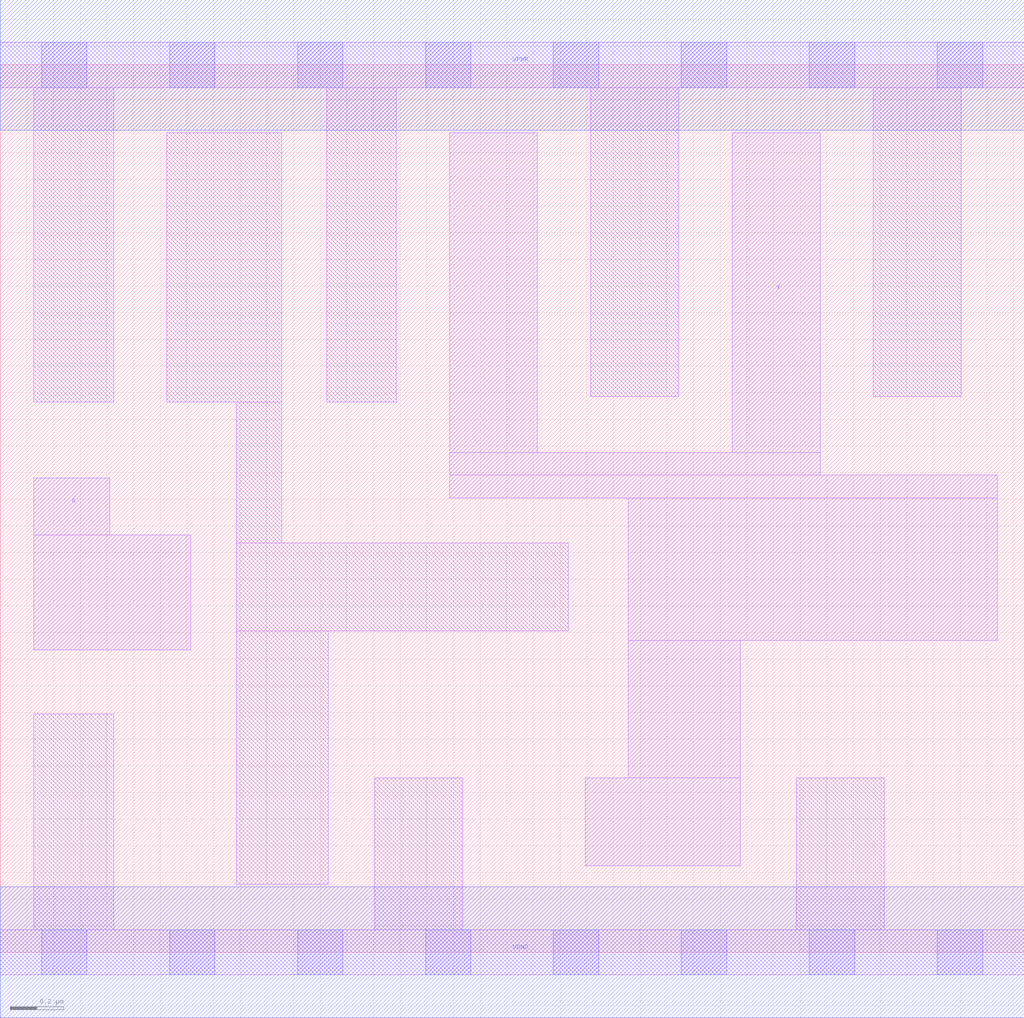
<source format=lef>
# Copyright 2020 The SkyWater PDK Authors
#
# Licensed under the Apache License, Version 2.0 (the "License");
# you may not use this file except in compliance with the License.
# You may obtain a copy of the License at
#
#     https://www.apache.org/licenses/LICENSE-2.0
#
# Unless required by applicable law or agreed to in writing, software
# distributed under the License is distributed on an "AS IS" BASIS,
# WITHOUT WARRANTIES OR CONDITIONS OF ANY KIND, either express or implied.
# See the License for the specific language governing permissions and
# limitations under the License.
#
# SPDX-License-Identifier: Apache-2.0

VERSION 5.7 ;
  NOWIREEXTENSIONATPIN ON ;
  DIVIDERCHAR "/" ;
  BUSBITCHARS "[]" ;
UNITS
  DATABASE MICRONS 200 ;
END UNITS
MACRO sky130_fd_sc_lp__clkbuflp_4
  CLASS CORE ;
  FOREIGN sky130_fd_sc_lp__clkbuflp_4 ;
  ORIGIN  0.000000  0.000000 ;
  SIZE  3.840000 BY  3.330000 ;
  SYMMETRY X Y R90 ;
  SITE unit ;
  PIN A
    ANTENNAGATEAREA  0.692000 ;
    DIRECTION INPUT ;
    USE SIGNAL ;
    PORT
      LAYER li1 ;
        RECT 0.125000 1.135000 0.715000 1.565000 ;
        RECT 0.125000 1.565000 0.410000 1.780000 ;
    END
  END A
  PIN X
    ANTENNADIFFAREA  0.714000 ;
    DIRECTION OUTPUT ;
    USE SIGNAL ;
    PORT
      LAYER li1 ;
        RECT 1.685000 1.705000 3.740000 1.790000 ;
        RECT 1.685000 1.790000 3.075000 1.875000 ;
        RECT 1.685000 1.875000 2.015000 3.075000 ;
        RECT 2.195000 0.325000 2.775000 0.655000 ;
        RECT 2.355000 0.655000 2.775000 1.170000 ;
        RECT 2.355000 1.170000 3.740000 1.705000 ;
        RECT 2.745000 1.875000 3.075000 3.075000 ;
    END
  END X
  PIN VGND
    DIRECTION INOUT ;
    USE GROUND ;
    PORT
      LAYER met1 ;
        RECT 0.000000 -0.245000 3.840000 0.245000 ;
    END
  END VGND
  PIN VPWR
    DIRECTION INOUT ;
    USE POWER ;
    PORT
      LAYER met1 ;
        RECT 0.000000 3.085000 3.840000 3.575000 ;
    END
  END VPWR
  OBS
    LAYER li1 ;
      RECT 0.000000 -0.085000 3.840000 0.085000 ;
      RECT 0.000000  3.245000 3.840000 3.415000 ;
      RECT 0.125000  0.085000 0.425000 0.895000 ;
      RECT 0.125000  2.065000 0.425000 3.245000 ;
      RECT 0.625000  2.065000 1.055000 3.075000 ;
      RECT 0.885000  0.255000 1.230000 1.205000 ;
      RECT 0.885000  1.205000 2.130000 1.535000 ;
      RECT 0.885000  1.535000 1.055000 2.065000 ;
      RECT 1.225000  2.065000 1.485000 3.245000 ;
      RECT 1.405000  0.085000 1.735000 0.655000 ;
      RECT 2.215000  2.085000 2.545000 3.245000 ;
      RECT 2.985000  0.085000 3.315000 0.655000 ;
      RECT 3.275000  2.085000 3.605000 3.245000 ;
    LAYER mcon ;
      RECT 0.155000 -0.085000 0.325000 0.085000 ;
      RECT 0.155000  3.245000 0.325000 3.415000 ;
      RECT 0.635000 -0.085000 0.805000 0.085000 ;
      RECT 0.635000  3.245000 0.805000 3.415000 ;
      RECT 1.115000 -0.085000 1.285000 0.085000 ;
      RECT 1.115000  3.245000 1.285000 3.415000 ;
      RECT 1.595000 -0.085000 1.765000 0.085000 ;
      RECT 1.595000  3.245000 1.765000 3.415000 ;
      RECT 2.075000 -0.085000 2.245000 0.085000 ;
      RECT 2.075000  3.245000 2.245000 3.415000 ;
      RECT 2.555000 -0.085000 2.725000 0.085000 ;
      RECT 2.555000  3.245000 2.725000 3.415000 ;
      RECT 3.035000 -0.085000 3.205000 0.085000 ;
      RECT 3.035000  3.245000 3.205000 3.415000 ;
      RECT 3.515000 -0.085000 3.685000 0.085000 ;
      RECT 3.515000  3.245000 3.685000 3.415000 ;
  END
END sky130_fd_sc_lp__clkbuflp_4
END LIBRARY

</source>
